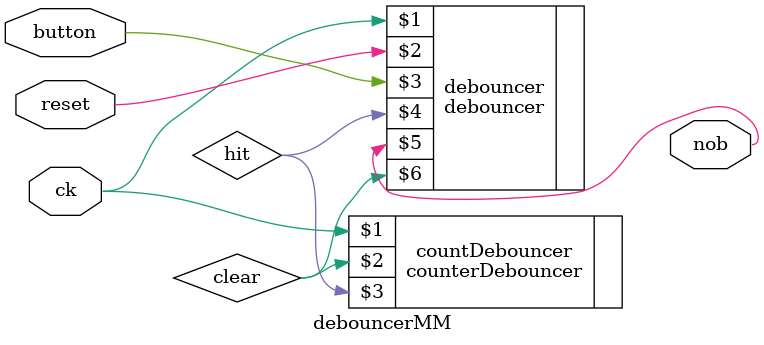
<source format=v>
`timescale 1ns / 1ps

module debouncerMM( input ck,
        input reset,
        input button,
        output nob
        );
       
       
        debouncer debouncer(ck,reset,button,hit,nob,clear);
        counterDebouncer countDebouncer( ck, clear,hit);
        
    endmodule

</source>
